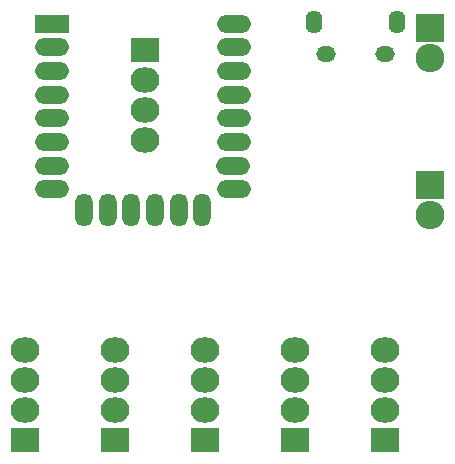
<source format=gbs>
%TF.GenerationSoftware,KiCad,Pcbnew,4.0.2+dfsg1-stable*%
%TF.CreationDate,2016-09-15T08:37:13+02:00*%
%TF.ProjectId,esp8266-io-board,657370383236362D696F2D626F617264,rev?*%
%TF.FileFunction,Soldermask,Bot*%
%FSLAX46Y46*%
G04 Gerber Fmt 4.6, Leading zero omitted, Abs format (unit mm)*
G04 Created by KiCad (PCBNEW 4.0.2+dfsg1-stable) date Thu Sep 15 08:37:13 2016*
%MOMM*%
G01*
G04 APERTURE LIST*
%ADD10C,0.350000*%
%ADD11O,1.650000X1.350000*%
%ADD12O,1.400000X1.950000*%
%ADD13R,2.432000X2.127200*%
%ADD14O,2.432000X2.127200*%
%ADD15R,2.432000X2.432000*%
%ADD16O,2.432000X2.432000*%
%ADD17R,2.900000X1.500000*%
%ADD18O,2.900000X1.500000*%
%ADD19O,1.500000X2.800000*%
G04 APERTURE END LIST*
D10*
D11*
X159979900Y-80302540D03*
X154979900Y-80302540D03*
D12*
X160979900Y-77602540D03*
X153979900Y-77602540D03*
D13*
X144780000Y-113030000D03*
D14*
X144780000Y-110490000D03*
X144780000Y-107950000D03*
X144780000Y-105410000D03*
D13*
X137160000Y-113030000D03*
D14*
X137160000Y-110490000D03*
X137160000Y-107950000D03*
X137160000Y-105410000D03*
D13*
X129540000Y-113030000D03*
D14*
X129540000Y-110490000D03*
X129540000Y-107950000D03*
X129540000Y-105410000D03*
D13*
X152400000Y-113030000D03*
D14*
X152400000Y-110490000D03*
X152400000Y-107950000D03*
X152400000Y-105410000D03*
D13*
X160020000Y-113030000D03*
D14*
X160020000Y-110490000D03*
X160020000Y-107950000D03*
X160020000Y-105410000D03*
D15*
X163830000Y-78105000D03*
D16*
X163830000Y-80645000D03*
D17*
X131837000Y-77766300D03*
D18*
X131837000Y-79766300D03*
X131837000Y-81766300D03*
X131837000Y-83766300D03*
X131837000Y-85766300D03*
X131837000Y-87766300D03*
X131837000Y-89766300D03*
X131837000Y-91766300D03*
D19*
X134527000Y-93516300D03*
X136527000Y-93516300D03*
X138527000Y-93516300D03*
X140527000Y-93516300D03*
X142527000Y-93516300D03*
X144527000Y-93516300D03*
D18*
X147237000Y-91766300D03*
X147137000Y-89766300D03*
X147237000Y-87766300D03*
X147237000Y-85766300D03*
X147237000Y-83766300D03*
X147237000Y-81766300D03*
X147237000Y-79766300D03*
X147237000Y-77766300D03*
D15*
X163830000Y-91440000D03*
D16*
X163830000Y-93980000D03*
D13*
X139700000Y-80010000D03*
D14*
X139700000Y-82550000D03*
X139700000Y-85090000D03*
X139700000Y-87630000D03*
M02*

</source>
